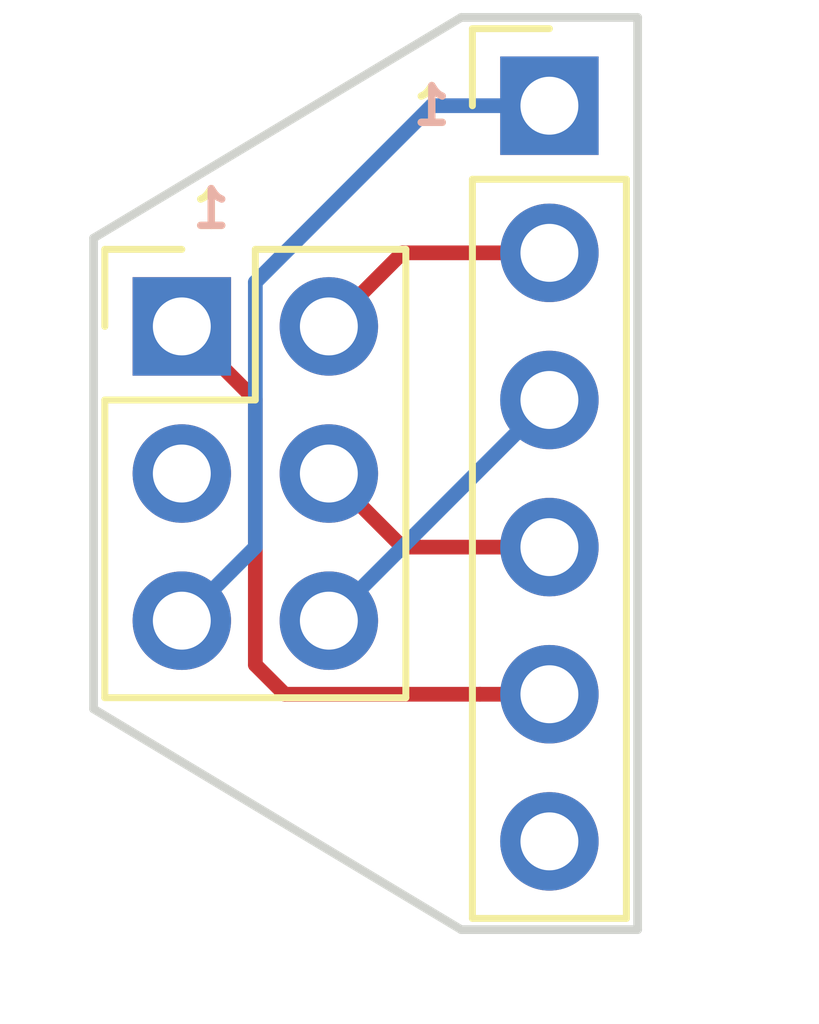
<source format=kicad_pcb>
(kicad_pcb (version 20170922) (host pcbnew "(2017-10-12 revision e0b9a2141)-master")

(general
  (thickness 1.6)
  (drawings 10)
  (tracks 15)
  (zones 0)
  (modules 2)
  (nets 8)
)

(page A4)
(layers
  (0 F.Cu signal)
  (31 B.Cu signal)
  (32 B.Adhes user)
  (33 F.Adhes user)
  (34 B.Paste user)
  (35 F.Paste user)
  (36 B.SilkS user)
  (37 F.SilkS user)
  (38 B.Mask user)
  (39 F.Mask user)
  (40 Dwgs.User user)
  (41 Cmts.User user)
  (42 Eco1.User user)
  (43 Eco2.User user)
  (44 Edge.Cuts user)
  (45 Margin user)
  (46 B.CrtYd user)
  (47 F.CrtYd user)
  (48 B.Fab user)
  (49 F.Fab user)
)


(general
  (thickness 1.6)
  (drawings 10)
  (tracks 15)
  (zones 0)
  (modules 2)
  (nets 8)
)

(page A4)
(layers
  (0 F.Cu signal)
  (31 B.Cu signal)
  (32 B.Adhes user)
  (33 F.Adhes user)
  (34 B.Paste user)
  (35 F.Paste user)
  (36 B.SilkS user)
  (37 F.SilkS user)
  (38 B.Mask user)
  (39 F.Mask user)
  (40 Dwgs.User user)
  (41 Cmts.User user)
  (42 Eco1.User user)
  (43 Eco2.User user)
  (44 Edge.Cuts user)
  (45 Margin user)
  (46 B.CrtYd user)
  (47 F.CrtYd user)
  (48 B.Fab user)
  (49 F.Fab user)
)

(setup
  (last_trace_width 0.254)
  (trace_clearance 0.127)
  (zone_clearance 0.508)
  (zone_45_only no)
  (trace_min 0.2)
  (segment_width 0.2)
  (edge_width 0.15)
  (via_size 1.27)
  (via_drill 0.508)
  (via_min_size 0.4)
  (via_min_drill 0.3)
  (uvia_size 0.3)
  (uvia_drill 0.1)
  (uvias_allowed no)
  (uvia_min_size 0.2)
  (uvia_min_drill 0.1)
  (pcb_text_width 0.3)
  (pcb_text_size 1.5 1.5)
  (mod_edge_width 0.15)
  (mod_text_size 1 1)
  (mod_text_width 0.15)
  (pad_size 1.524 1.524)
  (pad_drill 0.762)
  (pad_to_mask_clearance 0.2)
  (aux_axis_origin 0 0)
  (visible_elements FFFFFF7F)
  (pcbplotparams
    (layerselection 0x00030_ffffffff)
    (usegerberextensions false)
    (usegerberattributes true)
    (usegerberadvancedattributes true)
    (creategerberjobfile true)
    (excludeedgelayer true)
    (linewidth 0.100000)
    (plotframeref false)
    (viasonmask false)
    (mode 1)
    (useauxorigin false)
    (hpglpennumber 1)
    (hpglpenspeed 20)
    (hpglpendiameter 15)
    (psnegative false)
    (psa4output false)
    (plotreference true)
    (plotvalue true)
    (plotinvisibletext false)
    (padsonsilk false)
    (subtractmaskfromsilk false)
    (outputformat 1)
    (mirror false)
    (drillshape 1)
    (scaleselection 1)
    (outputdirectory ""))
)

(net 0 "")
(net 1 "Net-(CON1-Pad6)")
(net 2 "Net-(CON1-Pad5)")
(net 3 "Net-(CON1-Pad4)")
(net 4 "Net-(CON1-Pad3)")
(net 5 "Net-(CON1-Pad2)")
(net 6 "Net-(CON1-Pad1)")
(net 7 "Net-(J1-Pad6)")

(net_class Default "This is the default net class."
  (clearance 0.127)
  (trace_width 0.254)
  (via_dia 1.27)
  (via_drill 0.508)
  (uvia_dia 0.3)
  (uvia_drill 0.1)
  (add_net "Net-(CON1-Pad1)")
  (add_net "Net-(CON1-Pad2)")
  (add_net "Net-(CON1-Pad3)")
  (add_net "Net-(CON1-Pad4)")
  (add_net "Net-(CON1-Pad5)")
  (add_net "Net-(CON1-Pad6)")
  (add_net "Net-(J1-Pad6)")
)

  (module Pin_Headers:Pin_Header_Straight_1x06_Pitch2.54mm (layer F.Cu) (tedit 5A1DFFF7) (tstamp 5A1E697D)
    (at 76.2 63.5)
    (descr "Through hole straight pin header, 1x06, 2.54mm pitch, single row")
    (tags "Through hole pin header THT 1x06 2.54mm single row")
    (path /5A1DF0C1)
    (fp_text reference MINIPRO (at 2.286 6.35 90) (layer F.SilkS) hide
      (effects (font (size 1 1) (thickness 0.15)))
    )
    (fp_text value Conn_01x06 (at 0 15.03) (layer F.Fab)
      (effects (font (size 1 1) (thickness 0.15)))
    )
    (fp_text user %R (at 0 6.35 90) (layer F.Fab)
      (effects (font (size 1 1) (thickness 0.15)))
    )
    (fp_line (start 1.8 -1.8) (end -1.8 -1.8) (layer F.CrtYd) (width 0.05))
    (fp_line (start 1.8 14.5) (end 1.8 -1.8) (layer F.CrtYd) (width 0.05))
    (fp_line (start -1.8 14.5) (end 1.8 14.5) (layer F.CrtYd) (width 0.05))
    (fp_line (start -1.8 -1.8) (end -1.8 14.5) (layer F.CrtYd) (width 0.05))
    (fp_line (start -1.33 -1.33) (end 0 -1.33) (layer F.SilkS) (width 0.12))
    (fp_line (start -1.33 0) (end -1.33 -1.33) (layer F.SilkS) (width 0.12))
    (fp_line (start -1.33 1.27) (end 1.33 1.27) (layer F.SilkS) (width 0.12))
    (fp_line (start 1.33 1.27) (end 1.33 14.03) (layer F.SilkS) (width 0.12))
    (fp_line (start -1.33 1.27) (end -1.33 14.03) (layer F.SilkS) (width 0.12))
    (fp_line (start -1.33 14.03) (end 1.33 14.03) (layer F.SilkS) (width 0.12))
    (fp_line (start -1.27 -0.635) (end -0.635 -1.27) (layer F.Fab) (width 0.1))
    (fp_line (start -1.27 13.97) (end -1.27 -0.635) (layer F.Fab) (width 0.1))
    (fp_line (start 1.27 13.97) (end -1.27 13.97) (layer F.Fab) (width 0.1))
    (fp_line (start 1.27 -1.27) (end 1.27 13.97) (layer F.Fab) (width 0.1))
    (fp_line (start -0.635 -1.27) (end 1.27 -1.27) (layer F.Fab) (width 0.1))
    (pad 6 thru_hole oval (at 0 12.7) (size 1.7 1.7) (drill 1) (layers *.Cu *.Mask)
      (net 7 "Net-(J1-Pad6)"))
    (pad 5 thru_hole oval (at 0 10.16) (size 1.7 1.7) (drill 1) (layers *.Cu *.Mask)
      (net 6 "Net-(CON1-Pad1)"))
    (pad 4 thru_hole oval (at 0 7.62) (size 1.7 1.7) (drill 1) (layers *.Cu *.Mask)
      (net 3 "Net-(CON1-Pad4)"))
    (pad 3 thru_hole oval (at 0 5.08) (size 1.7 1.7) (drill 1) (layers *.Cu *.Mask)
      (net 1 "Net-(CON1-Pad6)"))
    (pad 2 thru_hole oval (at 0 2.54) (size 1.7 1.7) (drill 1) (layers *.Cu *.Mask)
      (net 5 "Net-(CON1-Pad2)"))
    (pad 1 thru_hole rect (at 0 0) (size 1.7 1.7) (drill 1) (layers *.Cu *.Mask)
      (net 2 "Net-(CON1-Pad5)"))
    (model ${KISYS3DMOD}/Pin_Headers.3dshapes/Pin_Header_Straight_1x06_Pitch2.54mm.wrl
      (at (xyz 0 0 0))
      (scale (xyz 1 1 1))
      (rotate (xyz 0 0 0))
    )
  )

  (module Pin_Headers:Pin_Header_Straight_2x03_Pitch2.54mm (layer F.Cu) (tedit 5A1DFFF4) (tstamp 5A1E6963)
    (at 69.85 67.31)
    (descr "Through hole straight pin header, 2x03, 2.54mm pitch, double rows")
    (tags "Through hole pin header THT 2x03 2.54mm double row")
    (path /5A1DF038)
    (fp_text reference ISP (at 1.524 7.62) (layer F.SilkS) hide
      (effects (font (size 1 1) (thickness 0.15)))
    )
    (fp_text value AVR-ISP-6 (at 1.27 7.41) (layer F.Fab)
      (effects (font (size 1 1) (thickness 0.15)))
    )
    (fp_line (start 0 -1.27) (end 3.81 -1.27) (layer F.Fab) (width 0.1))
    (fp_line (start 3.81 -1.27) (end 3.81 6.35) (layer F.Fab) (width 0.1))
    (fp_line (start 3.81 6.35) (end -1.27 6.35) (layer F.Fab) (width 0.1))
    (fp_line (start -1.27 6.35) (end -1.27 0) (layer F.Fab) (width 0.1))
    (fp_line (start -1.27 0) (end 0 -1.27) (layer F.Fab) (width 0.1))
    (fp_line (start -1.33 6.41) (end 3.87 6.41) (layer F.SilkS) (width 0.12))
    (fp_line (start -1.33 1.27) (end -1.33 6.41) (layer F.SilkS) (width 0.12))
    (fp_line (start 3.87 -1.33) (end 3.87 6.41) (layer F.SilkS) (width 0.12))
    (fp_line (start -1.33 1.27) (end 1.27 1.27) (layer F.SilkS) (width 0.12))
    (fp_line (start 1.27 1.27) (end 1.27 -1.33) (layer F.SilkS) (width 0.12))
    (fp_line (start 1.27 -1.33) (end 3.87 -1.33) (layer F.SilkS) (width 0.12))
    (fp_line (start -1.33 0) (end -1.33 -1.33) (layer F.SilkS) (width 0.12))
    (fp_line (start -1.33 -1.33) (end 0 -1.33) (layer F.SilkS) (width 0.12))
    (fp_line (start -1.8 -1.8) (end -1.8 6.85) (layer F.CrtYd) (width 0.05))
    (fp_line (start -1.8 6.85) (end 4.35 6.85) (layer F.CrtYd) (width 0.05))
    (fp_line (start 4.35 6.85) (end 4.35 -1.8) (layer F.CrtYd) (width 0.05))
    (fp_line (start 4.35 -1.8) (end -1.8 -1.8) (layer F.CrtYd) (width 0.05))
    (fp_text user %R (at 1.27 2.54 90) (layer F.Fab)
      (effects (font (size 1 1) (thickness 0.15)))
    )
    (pad 1 thru_hole rect (at 0 0) (size 1.7 1.7) (drill 1) (layers *.Cu *.Mask)
      (net 6 "Net-(CON1-Pad1)"))
    (pad 2 thru_hole oval (at 2.54 0) (size 1.7 1.7) (drill 1) (layers *.Cu *.Mask)
      (net 5 "Net-(CON1-Pad2)"))
    (pad 3 thru_hole oval (at 0 2.54) (size 1.7 1.7) (drill 1) (layers *.Cu *.Mask)
      (net 4 "Net-(CON1-Pad3)"))
    (pad 4 thru_hole oval (at 2.54 2.54) (size 1.7 1.7) (drill 1) (layers *.Cu *.Mask)
      (net 3 "Net-(CON1-Pad4)"))
    (pad 5 thru_hole oval (at 0 5.08) (size 1.7 1.7) (drill 1) (layers *.Cu *.Mask)
      (net 2 "Net-(CON1-Pad5)"))
    (pad 6 thru_hole oval (at 2.54 5.08) (size 1.7 1.7) (drill 1) (layers *.Cu *.Mask)
      (net 1 "Net-(CON1-Pad6)"))
    (model ${KISYS3DMOD}/Pin_Headers.3dshapes/Pin_Header_Straight_2x03_Pitch2.54mm.wrl
      (at (xyz 0 0 0))
      (scale (xyz 1 1 1))
      (rotate (xyz 0 0 0))
    )
  )

  (gr_text 1 (at 74.168 63.5) (layer B.SilkS) (tstamp 5A1EAEA4)
    (effects (font (size 0.635 0.635) (thickness 0.127)) (justify mirror))
  )
  (gr_text 1 (at 70.358 65.278) (layer B.SilkS) (tstamp 5A1EAEA4)
    (effects (font (size 0.635 0.635) (thickness 0.127)) (justify mirror))
  )
  (gr_text 1 (at 70.358 65.278) (layer F.SilkS) (tstamp 5A1EAEA1)
    (effects (font (size 0.635 0.635) (thickness 0.127)))
  )
  (gr_text 1 (at 74.168 63.5) (layer F.SilkS)
    (effects (font (size 0.635 0.635) (thickness 0.127)))
  )
  (gr_line (start 77.724 77.724) (end 77.724 61.976) (layer Edge.Cuts) (width 0.15))
  (gr_line (start 74.676 77.724) (end 77.724 77.724) (layer Edge.Cuts) (width 0.15))
  (gr_line (start 68.326 73.914) (end 74.676 77.724) (layer Edge.Cuts) (width 0.15))
  (gr_line (start 68.326 65.786) (end 68.326 73.914) (layer Edge.Cuts) (width 0.15))
  (gr_line (start 74.676 61.976) (end 68.326 65.786) (layer Edge.Cuts) (width 0.15))
  (gr_line (start 77.724 61.976) (end 74.676 61.976) (layer Edge.Cuts) (width 0.15))

  (segment (start 76.2 68.58) (end 72.39 72.39) (width 0.254) (layer B.Cu) (net 1))
  (segment (start 76.2 63.5) (end 74.168 63.5) (width 0.254) (layer B.Cu) (net 2))
  (segment (start 74.168 63.5) (end 71.12 66.548) (width 0.254) (layer B.Cu) (net 2))
  (segment (start 71.12 66.548) (end 71.12 71.12) (width 0.254) (layer B.Cu) (net 2))
  (segment (start 71.12 71.12) (end 70.699999 71.540001) (width 0.254) (layer B.Cu) (net 2))
  (segment (start 70.699999 71.540001) (end 69.85 72.39) (width 0.254) (layer B.Cu) (net 2))
  (segment (start 76.2 71.12) (end 73.66 71.12) (width 0.254) (layer F.Cu) (net 3))
  (segment (start 73.66 71.12) (end 72.39 69.85) (width 0.254) (layer F.Cu) (net 3))
  (segment (start 72.39 67.31) (end 73.66 66.04) (width 0.254) (layer F.Cu) (net 5))
  (segment (start 73.66 66.04) (end 76.2 66.04) (width 0.254) (layer F.Cu) (net 5))
  (segment (start 69.85 67.31) (end 71.12 68.58) (width 0.254) (layer F.Cu) (net 6))
  (segment (start 71.12 68.58) (end 71.12 73.152) (width 0.254) (layer F.Cu) (net 6))
  (segment (start 71.12 73.152) (end 71.628 73.66) (width 0.254) (layer F.Cu) (net 6))
  (segment (start 71.628 73.66) (end 74.997919 73.66) (width 0.254) (layer F.Cu) (net 6))
  (segment (start 74.997919 73.66) (end 76.2 73.66) (width 0.254) (layer F.Cu) (net 6))

)

</source>
